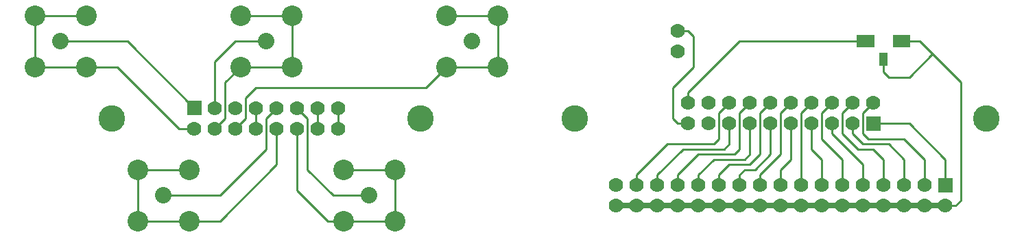
<source format=gbr>
G04 start of page 2 for group 0 idx 0 *
G04 Title: (unknown), top *
G04 Creator: pcb 20140316 *
G04 CreationDate: Tue 28 Aug 2018 05:59:29 PM GMT UTC *
G04 For: thomasc *
G04 Format: Gerber/RS-274X *
G04 PCB-Dimensions (mil): 5300.00 1250.00 *
G04 PCB-Coordinate-Origin: lower left *
%MOIN*%
%FSLAX25Y25*%
%LNTOP*%
%ADD22C,0.0520*%
%ADD21C,0.0420*%
%ADD20C,0.1250*%
%ADD19C,0.1290*%
%ADD18R,0.0400X0.0400*%
%ADD17R,0.0600X0.0600*%
%ADD16C,0.0001*%
%ADD15C,0.1000*%
%ADD14C,0.0800*%
%ADD13C,0.0700*%
%ADD12C,0.0250*%
%ADD11C,0.0100*%
G54D11*X345000Y105000D02*X340000D01*
X337500Y62500D02*Y77500D01*
X347500Y87500D01*
Y102500D01*
X345000Y75000D02*X370000Y100000D01*
X347500Y102500D02*X345000Y105000D01*
X370000Y100000D02*X431250D01*
X345000Y70000D02*Y75000D01*
X115000Y67500D02*Y90000D01*
X125000Y100000D01*
X120000Y80000D02*X127500Y87500D01*
X125000Y100000D02*X140000D01*
X127500Y87500D02*X152500D01*
Y112500D01*
X127500D01*
X115000Y57500D02*X120000Y62500D01*
Y80000D01*
X125000Y57500D02*X130000Y62500D01*
Y72500D01*
X135000Y77500D01*
Y67500D02*Y57500D01*
X72500Y100000D02*X40000D01*
X52500Y112500D02*X27500D01*
Y87500D01*
X67500D01*
X105000Y67500D02*X72500Y100000D01*
X67500Y87500D02*X97500Y57500D01*
X105000D01*
X135000Y77500D02*X217500D01*
X227500Y87500D01*
X252500D01*
Y112500D01*
X227500D01*
X165000Y67500D02*Y57500D01*
X175000Y67500D02*Y57500D01*
X155000Y67500D02*X160000Y62500D01*
X145000Y67500D02*X140000Y62500D01*
X145000Y57500D02*Y40000D01*
X140000Y62500D02*Y47500D01*
X117500Y25000D01*
X145000Y40000D02*X117500Y12500D01*
Y25000D02*X90000D01*
X117500Y12500D02*X77500D01*
Y37500D01*
X102500D01*
X160000Y62500D02*Y37500D01*
X155000Y57500D02*Y27500D01*
X160000Y37500D02*X172500Y25000D01*
X155000Y27500D02*X170000Y12500D01*
X172500Y25000D02*X190000D01*
X170000Y12500D02*X202500D01*
Y37500D01*
X177500D01*
X457500Y100000D02*X448750D01*
X440000Y91250D02*Y85000D01*
X457500Y100000D02*X477500Y80000D01*
X440000Y85000D02*X442500Y82500D01*
X452500D01*
X463750Y93750D01*
X435000Y60000D02*X452500D01*
X435000Y70000D02*X430000Y65000D01*
X432500Y52500D02*X450000D01*
X430000Y50000D02*X442500D01*
X452500Y60000D02*X470000Y42500D01*
Y30000D01*
X460000Y42500D02*Y30000D01*
X450000Y42500D02*Y30000D01*
X440000Y42500D02*Y30000D01*
X450000Y52500D02*X460000Y42500D01*
X442500Y50000D02*X450000Y42500D01*
X435000Y47500D02*X440000Y42500D01*
X477500Y22500D02*Y80000D01*
G54D12*X310000Y20000D02*X470000D01*
G54D11*X475000D01*
X477500Y22500D01*
X430000Y65000D02*Y55000D01*
X425000Y70000D02*X420000Y65000D01*
Y55000D01*
X415000Y70000D02*X410000Y65000D01*
Y52500D01*
X430000Y55000D02*X432500Y52500D01*
X425000Y60000D02*Y55000D01*
X430000Y50000D01*
X427500Y47500D02*X435000D01*
X420000Y55000D02*X427500Y47500D01*
X415000Y55000D02*X430000Y40000D01*
Y30000D01*
X410000Y52500D02*X420000Y42500D01*
Y30000D01*
X410000Y42500D02*Y30000D01*
X415000Y60000D02*Y55000D01*
X405000Y60000D02*Y47500D01*
X410000Y42500D01*
X400000Y65000D02*Y30000D01*
X395000Y60000D02*Y42500D01*
X390000Y37500D01*
Y30000D01*
Y65000D02*Y45000D01*
X385000Y60000D02*Y45000D01*
X380000Y65000D02*Y45000D01*
X330000Y35000D02*Y30000D01*
X335000Y50000D02*X320000Y35000D01*
Y30000D01*
X365000Y70000D02*X360000Y65000D01*
Y52500D01*
X357500Y50000D01*
X335000D01*
X345000Y60000D02*X340000D01*
X337500Y62500D01*
X405000Y70000D02*X400000Y65000D01*
X395000Y70000D02*X390000Y65000D01*
X385000Y70000D02*X380000Y65000D01*
X375000Y70000D02*X370000Y65000D01*
X390000Y45000D02*X380000Y35000D01*
X385000Y45000D02*X377500Y37500D01*
X372500D01*
X370000Y35000D01*
X380000Y45000D02*X375000Y40000D01*
Y45000D02*X372500Y42500D01*
X375000Y40000D02*X365000D01*
X360000Y35000D01*
X372500Y42500D02*X357500D01*
X367500Y45000D02*X350000D01*
X375000Y60000D02*Y45000D01*
X370000Y65000D02*Y47500D01*
X367500Y45000D01*
X365000Y60000D02*Y50000D01*
X362500Y47500D01*
X380000Y35000D02*Y30000D01*
X370000Y35000D02*Y30000D01*
X360000Y35000D02*Y30000D01*
X350000Y35000D02*Y30000D01*
X340000Y35000D02*Y30000D01*
X362500Y47500D02*X342500D01*
X357500Y42500D02*X350000Y35000D01*
Y45000D02*X340000Y35000D01*
X342500Y47500D02*X330000Y35000D01*
G54D13*X155000Y57500D03*
Y67500D03*
X165000Y57500D03*
X175000D03*
X165000Y67500D03*
X175000D03*
G54D14*X40000Y100000D03*
G54D15*X27500Y112500D03*
Y87500D03*
X52500Y112500D03*
Y87500D03*
G54D13*X105000Y57500D03*
G54D16*G36*
X101500Y71000D02*Y64000D01*
X108500D01*
Y71000D01*
X101500D01*
G37*
G54D13*X115000Y57500D03*
Y67500D03*
X125000Y57500D03*
Y67500D03*
X135000Y57500D03*
Y67500D03*
X145000Y57500D03*
Y67500D03*
G54D14*X140000Y100000D03*
G54D15*X127500Y112500D03*
X152500D03*
Y87500D03*
X127500D03*
G54D14*X90000Y25000D03*
G54D15*X77500Y37500D03*
X102500D03*
Y12500D03*
X77500D03*
G54D14*X240000Y100000D03*
G54D15*X227500Y112500D03*
Y87500D03*
X252500Y112500D03*
Y87500D03*
G54D14*X190000Y25000D03*
G54D15*X177500Y37500D03*
X202500D03*
Y12500D03*
X177500D03*
G54D13*X470000Y20000D03*
G54D16*G36*
X466500Y33500D02*Y26500D01*
X473500D01*
Y33500D01*
X466500D01*
G37*
G54D13*X460000Y20000D03*
Y30000D03*
X435000Y70000D03*
X425000D03*
X415000D03*
X405000D03*
G54D16*G36*
X431500Y63500D02*Y56500D01*
X438500D01*
Y63500D01*
X431500D01*
G37*
G54D13*X425000Y60000D03*
X415000D03*
X405000D03*
X450000Y20000D03*
X440000D03*
X430000D03*
X450000Y30000D03*
X440000D03*
X430000D03*
X420000D03*
X410000D03*
X400000D03*
X420000Y20000D03*
X410000D03*
X400000D03*
X390000D03*
Y30000D03*
X380000Y20000D03*
X370000D03*
X360000D03*
X380000Y30000D03*
X370000D03*
X360000D03*
X350000D03*
X340000D03*
X330000D03*
X350000Y20000D03*
X340000D03*
X330000D03*
X320000D03*
Y30000D03*
X310000D03*
X340000Y95000D03*
Y105000D03*
X310000Y20000D03*
X395000Y70000D03*
Y60000D03*
X385000Y70000D03*
Y60000D03*
X375000Y70000D03*
Y60000D03*
X365000Y70000D03*
Y60000D03*
X355000D03*
X345000D03*
X355000Y70000D03*
X345000D03*
G54D17*X430000Y100000D02*X432500D01*
X447500D02*X450000D01*
G54D18*X440000Y92500D02*Y90000D01*
G54D19*X65000Y62500D03*
X490000D03*
X215000D03*
X290000D03*
G54D20*G54D21*G54D22*G54D13*G54D21*G54D22*G54D13*G54D22*G54D13*G54D22*G54D13*G54D22*G54D13*G54D21*M02*

</source>
